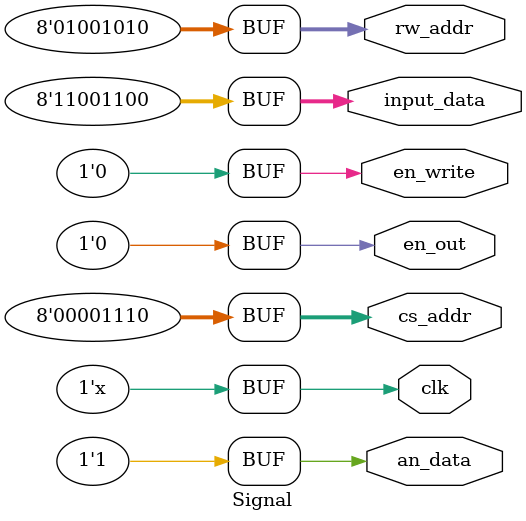
<source format=v>
`timescale 1ns / 1ps

module Signal(clk, en_write, rw_addr, cs_addr, input_data,
				an_data, en_out);

output 		clk;
output 		en_write;
output[7:0] rw_addr;
output[7:0] cs_addr;
output[7:0] input_data;
output		an_data;
output		en_out;

reg 			clk;
reg 			en_write;
reg[7:0]	 	rw_addr;
reg[7:0] 	cs_addr;
reg[7:0] 	input_data;
reg			an_data;
reg			en_out;

/************************* ²úÉúÊ±ÖÓÐÅºÅ *************************/
always #50 clk = ~clk;

/*************************  ·ÂÕæÐÅºÅ 	 *************************/
initial begin
	en_write = 0;
	clk = 0;
	en_out = 0;
	an_data = 0;
	
	/* ²âÊÔ1£ºÔÚµØÖ·0x48Ð´ÈëÊý¾Ý0x55 */
	rw_addr = 8'h48;
	cs_addr = {7'b000_0111, 1'b0};
	input_data = 8'h55;
	#100; 
	en_write = 1;
	#100;
	en_write = 0;
	#100000; // 100us
	
	/* ²âÊÔ2£ºÔÚµØÖ·0x49Ð´ÈëÊý¾Ý0xAA */
	rw_addr = 8'h49;
	cs_addr = {7'b000_0111, 1'b0};
	input_data = 8'hAA;
	en_write = 1;
	#100;
	en_write = 0;
	#100000;
	
	/* ²âÊÔ3£ºÔÚµØÖ·0x4AÐ´ÈëÊý¾Ý0xCC */
	rw_addr = 8'h4A;
	cs_addr = {7'b000_0111, 1'b0};
	input_data = 8'hCC;
	en_write = 1;
	#100;
	en_write = 0;
	#100000;
	
	/* ²âÊÔ4£º·Å´óÊý¾Ý*/
	an_data = 1;
	#100;		
	en_out = 1;
	#100;
	en_out = 0;
	
	
end
endmodule

</source>
